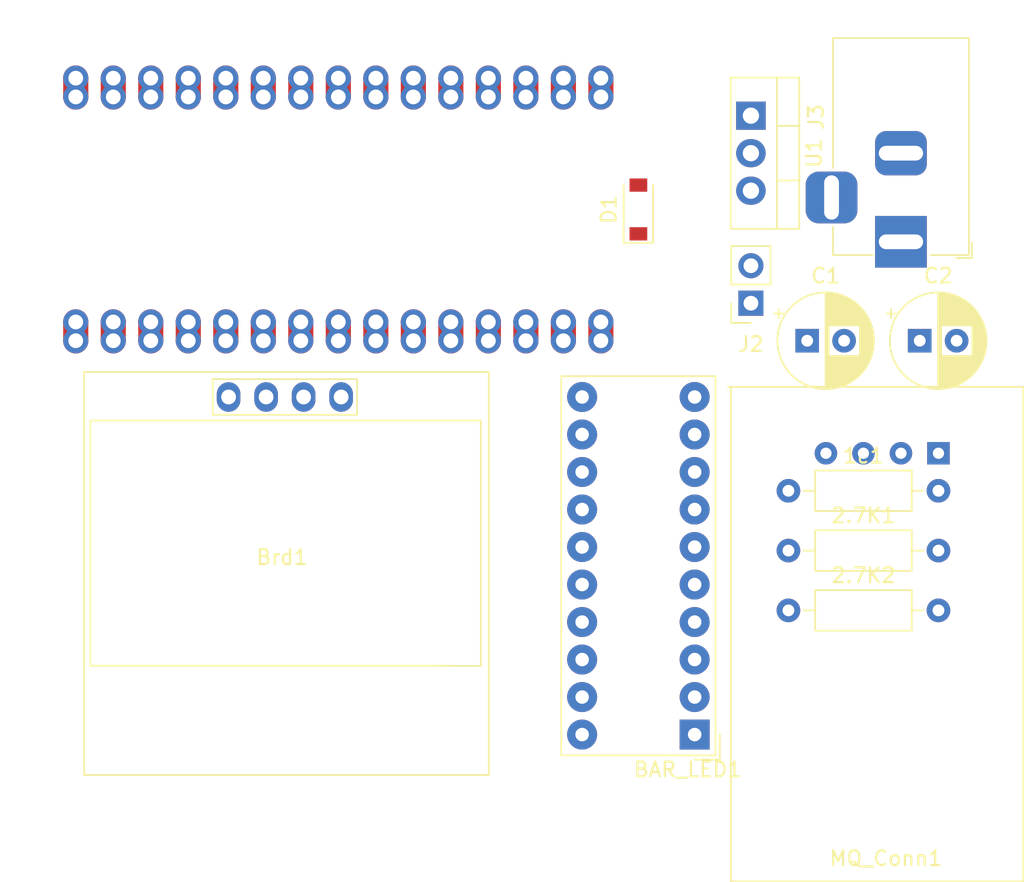
<source format=kicad_pcb>
(kicad_pcb (version 20171130) (host pcbnew 5.1.12-84ad8e8a86~92~ubuntu20.04.1)

  (general
    (thickness 1.6)
    (drawings 0)
    (tracks 0)
    (zones 0)
    (modules 13)
    (nets 38)
  )

  (page A4)
  (layers
    (0 F.Cu signal)
    (31 B.Cu signal)
    (32 B.Adhes user)
    (33 F.Adhes user)
    (34 B.Paste user)
    (35 F.Paste user)
    (36 B.SilkS user)
    (37 F.SilkS user)
    (38 B.Mask user)
    (39 F.Mask user)
    (40 Dwgs.User user)
    (41 Cmts.User user)
    (42 Eco1.User user)
    (43 Eco2.User user)
    (44 Edge.Cuts user)
    (45 Margin user)
    (46 B.CrtYd user)
    (47 F.CrtYd user)
    (48 B.Fab user)
    (49 F.Fab user)
  )

  (setup
    (last_trace_width 0.25)
    (trace_clearance 0.2)
    (zone_clearance 0.508)
    (zone_45_only no)
    (trace_min 0.2)
    (via_size 0.8)
    (via_drill 0.4)
    (via_min_size 0.4)
    (via_min_drill 0.3)
    (uvia_size 0.3)
    (uvia_drill 0.1)
    (uvias_allowed no)
    (uvia_min_size 0.2)
    (uvia_min_drill 0.1)
    (edge_width 0.05)
    (segment_width 0.2)
    (pcb_text_width 0.3)
    (pcb_text_size 1.5 1.5)
    (mod_edge_width 0.12)
    (mod_text_size 1 1)
    (mod_text_width 0.15)
    (pad_size 1.524 1.524)
    (pad_drill 0.762)
    (pad_to_mask_clearance 0)
    (aux_axis_origin 0 0)
    (visible_elements FFFFFF7F)
    (pcbplotparams
      (layerselection 0x010fc_ffffffff)
      (usegerberextensions false)
      (usegerberattributes true)
      (usegerberadvancedattributes true)
      (creategerberjobfile true)
      (excludeedgelayer true)
      (linewidth 0.100000)
      (plotframeref false)
      (viasonmask false)
      (mode 1)
      (useauxorigin false)
      (hpglpennumber 1)
      (hpglpenspeed 20)
      (hpglpendiameter 15.000000)
      (psnegative false)
      (psa4output false)
      (plotreference true)
      (plotvalue true)
      (plotinvisibletext false)
      (padsonsilk false)
      (subtractmaskfromsilk false)
      (outputformat 1)
      (mirror false)
      (drillshape 1)
      (scaleselection 1)
      (outputdirectory ""))
  )

  (net 0 "")
  (net 1 3V3)
  (net 2 GND)
  (net 3 OLED_SCL)
  (net 4 OLED_SDA)
  (net 5 +9V)
  (net 6 5V)
  (net 7 "Net-(J1-Pad30)")
  (net 8 "Net-(J1-Pad19)")
  (net 9 "Net-(J1-Pad18)")
  (net 10 "Net-(J1-Pad17)")
  (net 11 "Net-(J1-Pad16)")
  (net 12 "Net-(J1-Pad3)")
  (net 13 "Net-(J1-Pad13)")
  (net 14 "Net-(J1-Pad5)")
  (net 15 "Net-(J1-Pad12)")
  (net 16 "Net-(J1-Pad6)")
  (net 17 "Net-(J1-Pad7)")
  (net 18 "Net-(J1-Pad1)")
  (net 19 "Net-(J1-Pad4)")
  (net 20 "Net-(J1-Pad11)")
  (net 21 "Net-(J1-Pad10)")
  (net 22 "Net-(C1-Pad1)")
  (net 23 "Net-(1e1-Pad1)")
  (net 24 BAR_LED9)
  (net 25 BAR_LED10)
  (net 26 BAR_LED8)
  (net 27 BAR_LED7)
  (net 28 BAR_LED6)
  (net 29 BAR_LED5)
  (net 30 BAR_LED4)
  (net 31 BAR_LED3)
  (net 32 BAR_LED2)
  (net 33 BAR_LED1)
  (net 34 "Net-(MQ_Conn1-Pad4)")
  (net 35 "Net-(MQ_Conn1-Pad3)")
  (net 36 "Net-(MQ_Conn1-Pad2)")
  (net 37 "Net-(MQ_Conn1-Pad1)")

  (net_class Default "This is the default net class."
    (clearance 0.2)
    (trace_width 0.25)
    (via_dia 0.8)
    (via_drill 0.4)
    (uvia_dia 0.3)
    (uvia_drill 0.1)
    (add_net +9V)
    (add_net 3V3)
    (add_net 5V)
    (add_net BAR_LED1)
    (add_net BAR_LED10)
    (add_net BAR_LED2)
    (add_net BAR_LED3)
    (add_net BAR_LED4)
    (add_net BAR_LED5)
    (add_net BAR_LED6)
    (add_net BAR_LED7)
    (add_net BAR_LED8)
    (add_net BAR_LED9)
    (add_net GND)
    (add_net "Net-(1e1-Pad1)")
    (add_net "Net-(C1-Pad1)")
    (add_net "Net-(J1-Pad1)")
    (add_net "Net-(J1-Pad10)")
    (add_net "Net-(J1-Pad11)")
    (add_net "Net-(J1-Pad12)")
    (add_net "Net-(J1-Pad13)")
    (add_net "Net-(J1-Pad16)")
    (add_net "Net-(J1-Pad17)")
    (add_net "Net-(J1-Pad18)")
    (add_net "Net-(J1-Pad19)")
    (add_net "Net-(J1-Pad3)")
    (add_net "Net-(J1-Pad30)")
    (add_net "Net-(J1-Pad4)")
    (add_net "Net-(J1-Pad5)")
    (add_net "Net-(J1-Pad6)")
    (add_net "Net-(J1-Pad7)")
    (add_net "Net-(MQ_Conn1-Pad1)")
    (add_net "Net-(MQ_Conn1-Pad2)")
    (add_net "Net-(MQ_Conn1-Pad3)")
    (add_net "Net-(MQ_Conn1-Pad4)")
    (add_net OLED_SCL)
    (add_net OLED_SDA)
  )

  (module MQ-sensor:MQ-3 (layer F.Cu) (tedit 61CAB264) (tstamp 61CB1291)
    (at 97.79 86.36 180)
    (path /61CBB754)
    (fp_text reference MQ_Conn1 (at 3.556 -27.432) (layer F.SilkS)
      (effects (font (size 1 1) (thickness 0.15)))
    )
    (fp_text value Conn_01x04_Male (at 4.064 -14.224) (layer F.Fab)
      (effects (font (size 1 1) (thickness 0.15)))
    )
    (fp_line (start -5.75 4.5) (end 14.25 4.5) (layer F.SilkS) (width 0.12))
    (fp_line (start -5.75 4.5) (end -5.75 -29) (layer F.SilkS) (width 0.12))
    (fp_line (start 14.062 4.5) (end 14.062 -29) (layer F.SilkS) (width 0.12))
    (fp_line (start -5.75 -29) (end 14.062 -29) (layer F.SilkS) (width 0.12))
    (pad 4 thru_hole circle (at 7.62 0 180) (size 1.524 1.524) (drill 0.762) (layers *.Cu *.Mask)
      (net 34 "Net-(MQ_Conn1-Pad4)"))
    (pad 3 thru_hole circle (at 5.08 0 180) (size 1.524 1.524) (drill 0.762) (layers *.Cu *.Mask)
      (net 35 "Net-(MQ_Conn1-Pad3)"))
    (pad 2 thru_hole circle (at 2.54 0 180) (size 1.524 1.524) (drill 0.762) (layers *.Cu *.Mask)
      (net 36 "Net-(MQ_Conn1-Pad2)"))
    (pad 1 thru_hole rect (at 0 0 180) (size 1.524 1.524) (drill 0.762) (layers *.Cu *.Mask)
      (net 37 "Net-(MQ_Conn1-Pad1)"))
    (model ${KISYS3DMOD}/Connector_PinHeader_2.54mm.3dshapes/PinHeader_1x04_P2.54mm_Vertical.wrl
      (at (xyz 0 0 0))
      (scale (xyz 1 1 1))
      (rotate (xyz 0 0 -90))
    )
    (model ${KIPRJMOD}/component_libraries/MQ-sensor/3D/mq-2-gas-sensor-1.snapshot.4/MQ-2.step
      (offset (xyz 3.762 14.5 5))
      (scale (xyz 1 1 1))
      (rotate (xyz 0 0 -90))
    )
  )

  (module Resistor_THT:R_Axial_DIN0207_L6.3mm_D2.5mm_P10.16mm_Horizontal (layer F.Cu) (tedit 5AE5139B) (tstamp 61CA7A86)
    (at 87.63 97)
    (descr "Resistor, Axial_DIN0207 series, Axial, Horizontal, pin pitch=10.16mm, 0.25W = 1/4W, length*diameter=6.3*2.5mm^2, http://cdn-reichelt.de/documents/datenblatt/B400/1_4W%23YAG.pdf")
    (tags "Resistor Axial_DIN0207 series Axial Horizontal pin pitch 10.16mm 0.25W = 1/4W length 6.3mm diameter 2.5mm")
    (path /616C6DBD)
    (fp_text reference 2.7K2 (at 5.08 -2.37) (layer F.SilkS)
      (effects (font (size 1 1) (thickness 0.15)))
    )
    (fp_text value R (at 5.08 2.37) (layer F.Fab)
      (effects (font (size 1 1) (thickness 0.15)))
    )
    (fp_line (start 11.21 -1.5) (end -1.05 -1.5) (layer F.CrtYd) (width 0.05))
    (fp_line (start 11.21 1.5) (end 11.21 -1.5) (layer F.CrtYd) (width 0.05))
    (fp_line (start -1.05 1.5) (end 11.21 1.5) (layer F.CrtYd) (width 0.05))
    (fp_line (start -1.05 -1.5) (end -1.05 1.5) (layer F.CrtYd) (width 0.05))
    (fp_line (start 9.12 0) (end 8.35 0) (layer F.SilkS) (width 0.12))
    (fp_line (start 1.04 0) (end 1.81 0) (layer F.SilkS) (width 0.12))
    (fp_line (start 8.35 -1.37) (end 1.81 -1.37) (layer F.SilkS) (width 0.12))
    (fp_line (start 8.35 1.37) (end 8.35 -1.37) (layer F.SilkS) (width 0.12))
    (fp_line (start 1.81 1.37) (end 8.35 1.37) (layer F.SilkS) (width 0.12))
    (fp_line (start 1.81 -1.37) (end 1.81 1.37) (layer F.SilkS) (width 0.12))
    (fp_line (start 10.16 0) (end 8.23 0) (layer F.Fab) (width 0.1))
    (fp_line (start 0 0) (end 1.93 0) (layer F.Fab) (width 0.1))
    (fp_line (start 8.23 -1.25) (end 1.93 -1.25) (layer F.Fab) (width 0.1))
    (fp_line (start 8.23 1.25) (end 8.23 -1.25) (layer F.Fab) (width 0.1))
    (fp_line (start 1.93 1.25) (end 8.23 1.25) (layer F.Fab) (width 0.1))
    (fp_line (start 1.93 -1.25) (end 1.93 1.25) (layer F.Fab) (width 0.1))
    (fp_text user %R (at 5.08 0) (layer F.Fab)
      (effects (font (size 1 1) (thickness 0.15)))
    )
    (pad 2 thru_hole oval (at 10.16 0) (size 1.6 1.6) (drill 0.8) (layers *.Cu *.Mask)
      (net 4 OLED_SDA))
    (pad 1 thru_hole circle (at 0 0) (size 1.6 1.6) (drill 0.8) (layers *.Cu *.Mask)
      (net 1 3V3))
    (model ${KISYS3DMOD}/Resistor_THT.3dshapes/R_Axial_DIN0207_L6.3mm_D2.5mm_P10.16mm_Horizontal.wrl
      (at (xyz 0 0 0))
      (scale (xyz 1 1 1))
      (rotate (xyz 0 0 0))
    )
  )

  (module Resistor_THT:R_Axial_DIN0207_L6.3mm_D2.5mm_P10.16mm_Horizontal (layer F.Cu) (tedit 5AE5139B) (tstamp 61CA7A6F)
    (at 87.63 92.95)
    (descr "Resistor, Axial_DIN0207 series, Axial, Horizontal, pin pitch=10.16mm, 0.25W = 1/4W, length*diameter=6.3*2.5mm^2, http://cdn-reichelt.de/documents/datenblatt/B400/1_4W%23YAG.pdf")
    (tags "Resistor Axial_DIN0207 series Axial Horizontal pin pitch 10.16mm 0.25W = 1/4W length 6.3mm diameter 2.5mm")
    (path /616C707B)
    (fp_text reference 2.7K1 (at 5.08 -2.37) (layer F.SilkS)
      (effects (font (size 1 1) (thickness 0.15)))
    )
    (fp_text value R (at 5.08 2.37) (layer F.Fab)
      (effects (font (size 1 1) (thickness 0.15)))
    )
    (fp_line (start 11.21 -1.5) (end -1.05 -1.5) (layer F.CrtYd) (width 0.05))
    (fp_line (start 11.21 1.5) (end 11.21 -1.5) (layer F.CrtYd) (width 0.05))
    (fp_line (start -1.05 1.5) (end 11.21 1.5) (layer F.CrtYd) (width 0.05))
    (fp_line (start -1.05 -1.5) (end -1.05 1.5) (layer F.CrtYd) (width 0.05))
    (fp_line (start 9.12 0) (end 8.35 0) (layer F.SilkS) (width 0.12))
    (fp_line (start 1.04 0) (end 1.81 0) (layer F.SilkS) (width 0.12))
    (fp_line (start 8.35 -1.37) (end 1.81 -1.37) (layer F.SilkS) (width 0.12))
    (fp_line (start 8.35 1.37) (end 8.35 -1.37) (layer F.SilkS) (width 0.12))
    (fp_line (start 1.81 1.37) (end 8.35 1.37) (layer F.SilkS) (width 0.12))
    (fp_line (start 1.81 -1.37) (end 1.81 1.37) (layer F.SilkS) (width 0.12))
    (fp_line (start 10.16 0) (end 8.23 0) (layer F.Fab) (width 0.1))
    (fp_line (start 0 0) (end 1.93 0) (layer F.Fab) (width 0.1))
    (fp_line (start 8.23 -1.25) (end 1.93 -1.25) (layer F.Fab) (width 0.1))
    (fp_line (start 8.23 1.25) (end 8.23 -1.25) (layer F.Fab) (width 0.1))
    (fp_line (start 1.93 1.25) (end 8.23 1.25) (layer F.Fab) (width 0.1))
    (fp_line (start 1.93 -1.25) (end 1.93 1.25) (layer F.Fab) (width 0.1))
    (fp_text user %R (at 5.08 0) (layer F.Fab)
      (effects (font (size 1 1) (thickness 0.15)))
    )
    (pad 2 thru_hole oval (at 10.16 0) (size 1.6 1.6) (drill 0.8) (layers *.Cu *.Mask)
      (net 1 3V3))
    (pad 1 thru_hole circle (at 0 0) (size 1.6 1.6) (drill 0.8) (layers *.Cu *.Mask)
      (net 3 OLED_SCL))
    (model ${KISYS3DMOD}/Resistor_THT.3dshapes/R_Axial_DIN0207_L6.3mm_D2.5mm_P10.16mm_Horizontal.wrl
      (at (xyz 0 0 0))
      (scale (xyz 1 1 1))
      (rotate (xyz 0 0 0))
    )
  )

  (module Resistor_THT:R_Axial_DIN0207_L6.3mm_D2.5mm_P10.16mm_Horizontal (layer F.Cu) (tedit 5AE5139B) (tstamp 61CA7A58)
    (at 87.63 88.9)
    (descr "Resistor, Axial_DIN0207 series, Axial, Horizontal, pin pitch=10.16mm, 0.25W = 1/4W, length*diameter=6.3*2.5mm^2, http://cdn-reichelt.de/documents/datenblatt/B400/1_4W%23YAG.pdf")
    (tags "Resistor Axial_DIN0207 series Axial Horizontal pin pitch 10.16mm 0.25W = 1/4W length 6.3mm diameter 2.5mm")
    (path /61D9A28A)
    (fp_text reference 1e1 (at 5.08 -2.37) (layer F.SilkS)
      (effects (font (size 1 1) (thickness 0.15)))
    )
    (fp_text value R (at 5.08 2.37) (layer F.Fab)
      (effects (font (size 1 1) (thickness 0.15)))
    )
    (fp_line (start 11.21 -1.5) (end -1.05 -1.5) (layer F.CrtYd) (width 0.05))
    (fp_line (start 11.21 1.5) (end 11.21 -1.5) (layer F.CrtYd) (width 0.05))
    (fp_line (start -1.05 1.5) (end 11.21 1.5) (layer F.CrtYd) (width 0.05))
    (fp_line (start -1.05 -1.5) (end -1.05 1.5) (layer F.CrtYd) (width 0.05))
    (fp_line (start 9.12 0) (end 8.35 0) (layer F.SilkS) (width 0.12))
    (fp_line (start 1.04 0) (end 1.81 0) (layer F.SilkS) (width 0.12))
    (fp_line (start 8.35 -1.37) (end 1.81 -1.37) (layer F.SilkS) (width 0.12))
    (fp_line (start 8.35 1.37) (end 8.35 -1.37) (layer F.SilkS) (width 0.12))
    (fp_line (start 1.81 1.37) (end 8.35 1.37) (layer F.SilkS) (width 0.12))
    (fp_line (start 1.81 -1.37) (end 1.81 1.37) (layer F.SilkS) (width 0.12))
    (fp_line (start 10.16 0) (end 8.23 0) (layer F.Fab) (width 0.1))
    (fp_line (start 0 0) (end 1.93 0) (layer F.Fab) (width 0.1))
    (fp_line (start 8.23 -1.25) (end 1.93 -1.25) (layer F.Fab) (width 0.1))
    (fp_line (start 8.23 1.25) (end 8.23 -1.25) (layer F.Fab) (width 0.1))
    (fp_line (start 1.93 1.25) (end 8.23 1.25) (layer F.Fab) (width 0.1))
    (fp_line (start 1.93 -1.25) (end 1.93 1.25) (layer F.Fab) (width 0.1))
    (fp_text user %R (at 5.08 0) (layer F.Fab)
      (effects (font (size 1 1) (thickness 0.15)))
    )
    (pad 2 thru_hole oval (at 10.16 0) (size 1.6 1.6) (drill 0.8) (layers *.Cu *.Mask)
      (net 2 GND))
    (pad 1 thru_hole circle (at 0 0) (size 1.6 1.6) (drill 0.8) (layers *.Cu *.Mask)
      (net 23 "Net-(1e1-Pad1)"))
    (model ${KISYS3DMOD}/Resistor_THT.3dshapes/R_Axial_DIN0207_L6.3mm_D2.5mm_P10.16mm_Horizontal.wrl
      (at (xyz 0 0 0))
      (scale (xyz 1 1 1))
      (rotate (xyz 0 0 0))
    )
  )

  (module Nano_33:NANO_33_Socket_Castell (layer F.Cu) (tedit 5E2600EE) (tstamp 61CA20E2)
    (at 57.15 69.85)
    (descr "Through hole straight socket strip, 1x15, 2.54mm pitch")
    (tags "Through hole socket strip THT 1x15 2.54mm single row")
    (path /6140B0DA)
    (fp_text reference J1 (at 0 -13.335) (layer F.Fab)
      (effects (font (size 1 1) (thickness 0.15)))
    )
    (fp_text value Arduino-NANO-33 (at 0 12.065) (layer F.Fab)
      (effects (font (size 1 1) (thickness 0.15)))
    )
    (fp_poly (pts (xy 8.89 4.445) (xy 21.59 4.445) (xy 21.59 -4.445) (xy 8.89 -4.445)) (layer F.Fab) (width 0.1))
    (fp_poly (pts (xy -3.175 3.175) (xy 3.175 3.175) (xy 3.175 -3.175) (xy -3.175 -3.175)) (layer F.Fab) (width 0.1))
    (fp_poly (pts (xy -22.86 3.175) (xy -18.415 3.175) (xy -18.415 -3.175) (xy -22.86 -3.175)) (layer F.Fab) (width 0.1))
    (fp_line (start -22 -8.89) (end 22 -8.89) (layer F.Fab) (width 0.12))
    (fp_line (start -22 8.89) (end -22 -8.89) (layer F.Fab) (width 0.12))
    (fp_line (start -22 8.89) (end 22 8.89) (layer F.Fab) (width 0.12))
    (fp_line (start 22 8.89) (end 22 -8.89) (layer F.Fab) (width 0.12))
    (fp_line (start 19.05 8.89) (end -19.05 8.89) (layer F.Fab) (width 0.1))
    (fp_line (start 19.05 6.35) (end 19.05 8.89) (layer F.Fab) (width 0.1))
    (fp_line (start -18.415 6.35) (end 19.05 6.35) (layer F.Fab) (width 0.1))
    (fp_line (start -19.05 6.985) (end -18.415 6.35) (layer F.Fab) (width 0.1))
    (fp_line (start -19.05 8.89) (end -19.05 6.985) (layer F.Fab) (width 0.1))
    (fp_line (start 19.05 -8.89) (end 19.05 -6.985) (layer F.Fab) (width 0.1))
    (fp_line (start 19.05 -6.985) (end 18.415 -6.35) (layer F.Fab) (width 0.1))
    (fp_line (start 18.415 -6.35) (end -19.05 -6.35) (layer F.Fab) (width 0.1))
    (fp_line (start -19.05 -6.35) (end -19.05 -8.89) (layer F.Fab) (width 0.1))
    (fp_line (start -19.05 -8.89) (end 19.05 -8.89) (layer F.Fab) (width 0.1))
    (fp_text user %R (at 0 -7.62) (layer F.Fab)
      (effects (font (size 1 1) (thickness 0.15)))
    )
    (fp_text user %R (at 0 7.62 180) (layer F.Fab)
      (effects (font (size 1 1) (thickness 0.15)))
    )
    (pad 30 thru_hole oval (at -17.78 -7.62 270) (size 1.7 1.7) (drill 1) (layers *.Cu *.Mask)
      (net 7 "Net-(J1-Pad30)"))
    (pad 29 thru_hole oval (at -15.24 -7.62 270) (size 1.7 1.7) (drill 1) (layers *.Cu *.Mask)
      (net 25 BAR_LED10))
    (pad 28 thru_hole oval (at -12.7 -7.62 270) (size 1.7 1.7) (drill 1) (layers *.Cu *.Mask)
      (net 24 BAR_LED9))
    (pad 27 thru_hole oval (at -10.16 -7.62 270) (size 1.7 1.7) (drill 1) (layers *.Cu *.Mask)
      (net 26 BAR_LED8))
    (pad 26 thru_hole oval (at -7.62 -7.62 270) (size 1.7 1.7) (drill 1) (layers *.Cu *.Mask)
      (net 27 BAR_LED7))
    (pad 25 thru_hole oval (at -5.08 -7.62 270) (size 1.7 1.7) (drill 1) (layers *.Cu *.Mask)
      (net 28 BAR_LED6))
    (pad 24 thru_hole oval (at -2.54 -7.62 270) (size 1.7 1.7) (drill 1) (layers *.Cu *.Mask)
      (net 29 BAR_LED5))
    (pad 23 thru_hole oval (at 0 -7.62 270) (size 1.7 1.7) (drill 1) (layers *.Cu *.Mask)
      (net 30 BAR_LED4))
    (pad 22 thru_hole oval (at 2.54 -7.62 270) (size 1.7 1.7) (drill 1) (layers *.Cu *.Mask)
      (net 31 BAR_LED3))
    (pad 21 thru_hole oval (at 5.08 -7.62 270) (size 1.7 1.7) (drill 1) (layers *.Cu *.Mask)
      (net 32 BAR_LED2))
    (pad 20 thru_hole oval (at 7.62 -7.62 270) (size 1.7 1.7) (drill 1) (layers *.Cu *.Mask)
      (net 33 BAR_LED1))
    (pad 19 thru_hole oval (at 10.16 -7.62 270) (size 1.7 1.7) (drill 1) (layers *.Cu *.Mask)
      (net 8 "Net-(J1-Pad19)"))
    (pad 18 thru_hole oval (at 12.7 -7.62 270) (size 1.7 1.7) (drill 1) (layers *.Cu *.Mask)
      (net 9 "Net-(J1-Pad18)"))
    (pad 17 thru_hole oval (at 15.24 -7.62 270) (size 1.7 1.7) (drill 1) (layers *.Cu *.Mask)
      (net 10 "Net-(J1-Pad17)"))
    (pad 16 thru_hole circle (at 17.78 -7.62 270) (size 1.7 1.7) (drill 1) (layers *.Cu *.Mask)
      (net 11 "Net-(J1-Pad16)"))
    (pad 16 thru_hole circle (at 17.78 -8.89 270) (size 1.7 1.7) (drill 1) (layers *.Cu *.Mask)
      (net 11 "Net-(J1-Pad16)"))
    (pad 16 smd oval (at 17.78 -8.255 270) (size 3 1.7) (layers F.Cu F.Mask)
      (net 11 "Net-(J1-Pad16)"))
    (pad 17 thru_hole circle (at 15.24 -8.89 270) (size 1.7 1.7) (drill 1) (layers *.Cu *.Mask)
      (net 10 "Net-(J1-Pad17)"))
    (pad 18 thru_hole circle (at 12.7 -8.89 270) (size 1.7 1.7) (drill 1) (layers *.Cu *.Mask)
      (net 9 "Net-(J1-Pad18)"))
    (pad 19 thru_hole circle (at 10.16 -8.89 270) (size 1.7 1.7) (drill 1) (layers *.Cu *.Mask)
      (net 8 "Net-(J1-Pad19)"))
    (pad 21 thru_hole circle (at 5.08 -8.89 270) (size 1.7 1.7) (drill 1) (layers *.Cu *.Mask)
      (net 32 BAR_LED2))
    (pad 20 thru_hole circle (at 7.62 -8.89 270) (size 1.7 1.7) (drill 1) (layers *.Cu *.Mask)
      (net 33 BAR_LED1))
    (pad 22 thru_hole circle (at 2.54 -8.89 270) (size 1.7 1.7) (drill 1) (layers *.Cu *.Mask)
      (net 31 BAR_LED3))
    (pad 24 thru_hole circle (at -2.54 -8.89 270) (size 1.7 1.7) (drill 1) (layers *.Cu *.Mask)
      (net 29 BAR_LED5))
    (pad 23 thru_hole circle (at 0 -8.89 270) (size 1.7 1.7) (drill 1) (layers *.Cu *.Mask)
      (net 30 BAR_LED4))
    (pad 26 thru_hole circle (at -7.62 -8.89 270) (size 1.7 1.7) (drill 1) (layers *.Cu *.Mask)
      (net 27 BAR_LED7))
    (pad 27 thru_hole circle (at -10.16 -8.89 270) (size 1.7 1.7) (drill 1) (layers *.Cu *.Mask)
      (net 26 BAR_LED8))
    (pad 25 thru_hole circle (at -5.08 -8.89 270) (size 1.7 1.7) (drill 1) (layers *.Cu *.Mask)
      (net 28 BAR_LED6))
    (pad 28 thru_hole circle (at -12.7 -8.89 270) (size 1.7 1.7) (drill 1) (layers *.Cu *.Mask)
      (net 24 BAR_LED9))
    (pad 30 thru_hole circle (at -17.78 -8.89 270) (size 1.7 1.7) (drill 1) (layers *.Cu *.Mask)
      (net 7 "Net-(J1-Pad30)"))
    (pad 29 thru_hole circle (at -15.24 -8.89 270) (size 1.7 1.7) (drill 1) (layers *.Cu *.Mask)
      (net 25 BAR_LED10))
    (pad 17 smd oval (at 15.24 -8.255 270) (size 3 1.7) (layers F.Cu F.Mask)
      (net 10 "Net-(J1-Pad17)"))
    (pad 18 smd oval (at 12.7 -8.255 270) (size 3 1.7) (layers F.Cu F.Mask)
      (net 9 "Net-(J1-Pad18)"))
    (pad 19 smd oval (at 10.16 -8.255 270) (size 3 1.7) (layers F.Cu F.Mask)
      (net 8 "Net-(J1-Pad19)"))
    (pad 20 smd oval (at 7.62 -8.255 270) (size 3 1.7) (layers F.Cu F.Mask)
      (net 33 BAR_LED1))
    (pad 21 smd oval (at 5.08 -8.255 270) (size 3 1.7) (layers F.Cu F.Mask)
      (net 32 BAR_LED2))
    (pad 22 smd oval (at 2.54 -8.255 270) (size 3 1.7) (layers F.Cu F.Mask)
      (net 31 BAR_LED3))
    (pad 23 smd oval (at 0 -8.255 270) (size 3 1.7) (layers F.Cu F.Mask)
      (net 30 BAR_LED4))
    (pad 24 smd oval (at -2.54 -8.255 270) (size 3 1.7) (layers F.Cu F.Mask)
      (net 29 BAR_LED5))
    (pad 25 smd oval (at -5.08 -8.255 270) (size 3 1.7) (layers F.Cu F.Mask)
      (net 28 BAR_LED6))
    (pad 26 smd oval (at -7.62 -8.255 270) (size 3 1.7) (layers F.Cu F.Mask)
      (net 27 BAR_LED7))
    (pad 27 smd oval (at -10.16 -8.255 270) (size 3 1.7) (layers F.Cu F.Mask)
      (net 26 BAR_LED8))
    (pad 28 smd oval (at -12.7 -8.255 270) (size 3 1.7) (layers F.Cu F.Mask)
      (net 24 BAR_LED9))
    (pad 29 smd oval (at -15.24 -8.255 270) (size 3 1.7) (layers F.Cu F.Mask)
      (net 25 BAR_LED10))
    (pad 30 smd oval (at -17.78 -8.255 270) (size 3 1.7) (layers F.Cu F.Mask)
      (net 7 "Net-(J1-Pad30)"))
    (pad 3 thru_hole circle (at -12.7 8.89 90) (size 1.7 1.7) (drill 1) (layers *.Cu *.Mask)
      (net 12 "Net-(J1-Pad3)"))
    (pad 13 thru_hole circle (at 12.7 8.89 90) (size 1.7 1.7) (drill 1) (layers *.Cu *.Mask)
      (net 13 "Net-(J1-Pad13)"))
    (pad 2 thru_hole circle (at -15.24 8.89 90) (size 1.7 1.7) (drill 1) (layers *.Cu *.Mask)
      (net 1 3V3))
    (pad 2 smd oval (at -15.24 8.255 90) (size 3 1.7) (layers F.Cu F.Mask)
      (net 1 3V3))
    (pad 15 smd oval (at 17.78 8.255 90) (size 3 1.7) (layers F.Cu F.Mask)
      (net 6 5V))
    (pad 8 smd oval (at 0 8.255 90) (size 3 1.7) (layers F.Cu F.Mask)
      (net 4 OLED_SDA))
    (pad 15 thru_hole circle (at 17.78 8.89 90) (size 1.7 1.7) (drill 1) (layers *.Cu *.Mask)
      (net 6 5V))
    (pad 5 thru_hole circle (at -7.62 8.89 90) (size 1.7 1.7) (drill 1) (layers *.Cu *.Mask)
      (net 14 "Net-(J1-Pad5)"))
    (pad 14 thru_hole circle (at 15.24 8.89 90) (size 1.7 1.7) (drill 1) (layers *.Cu *.Mask)
      (net 2 GND))
    (pad 12 thru_hole oval (at 10.16 7.62 90) (size 1.7 1.7) (drill 1) (layers *.Cu *.Mask)
      (net 15 "Net-(J1-Pad12)"))
    (pad 6 smd oval (at -5.08 8.255 90) (size 3 1.7) (layers F.Cu F.Mask)
      (net 16 "Net-(J1-Pad6)"))
    (pad 15 thru_hole oval (at 17.78 7.62 90) (size 1.7 1.7) (drill 1) (layers *.Cu *.Mask)
      (net 6 5V))
    (pad 7 smd oval (at -2.54 8.255 90) (size 3 1.7) (layers F.Cu F.Mask)
      (net 17 "Net-(J1-Pad7)"))
    (pad 1 thru_hole circle (at -17.78 7.62 90) (size 1.7 1.7) (drill 1) (layers *.Cu *.Mask)
      (net 18 "Net-(J1-Pad1)"))
    (pad 2 thru_hole oval (at -15.24 7.62 90) (size 1.7 1.7) (drill 1) (layers *.Cu *.Mask)
      (net 1 3V3))
    (pad 3 thru_hole oval (at -12.7 7.62 90) (size 1.7 1.7) (drill 1) (layers *.Cu *.Mask)
      (net 12 "Net-(J1-Pad3)"))
    (pad 4 thru_hole oval (at -10.16 7.62 90) (size 1.7 1.7) (drill 1) (layers *.Cu *.Mask)
      (net 19 "Net-(J1-Pad4)"))
    (pad 5 thru_hole oval (at -7.62 7.62 90) (size 1.7 1.7) (drill 1) (layers *.Cu *.Mask)
      (net 14 "Net-(J1-Pad5)"))
    (pad 14 thru_hole oval (at 15.24 7.62 90) (size 1.7 1.7) (drill 1) (layers *.Cu *.Mask)
      (net 2 GND))
    (pad 6 thru_hole oval (at -5.08 7.62 90) (size 1.7 1.7) (drill 1) (layers *.Cu *.Mask)
      (net 16 "Net-(J1-Pad6)"))
    (pad 11 thru_hole circle (at 7.62 8.89 90) (size 1.7 1.7) (drill 1) (layers *.Cu *.Mask)
      (net 20 "Net-(J1-Pad11)"))
    (pad 9 smd oval (at 2.54 8.255 90) (size 3 1.7) (layers F.Cu F.Mask)
      (net 3 OLED_SCL))
    (pad 10 smd oval (at 5.08 8.255 90) (size 3 1.7) (layers F.Cu F.Mask)
      (net 21 "Net-(J1-Pad10)"))
    (pad 11 thru_hole oval (at 7.62 7.62 90) (size 1.7 1.7) (drill 1) (layers *.Cu *.Mask)
      (net 20 "Net-(J1-Pad11)"))
    (pad 10 thru_hole oval (at 5.08 7.62 90) (size 1.7 1.7) (drill 1) (layers *.Cu *.Mask)
      (net 21 "Net-(J1-Pad10)"))
    (pad 4 smd oval (at -10.16 8.255 90) (size 3 1.7) (layers F.Cu F.Mask)
      (net 19 "Net-(J1-Pad4)"))
    (pad 7 thru_hole oval (at -2.54 7.62 90) (size 1.7 1.7) (drill 1) (layers *.Cu *.Mask)
      (net 17 "Net-(J1-Pad7)"))
    (pad 10 thru_hole circle (at 5.08 8.89 90) (size 1.7 1.7) (drill 1) (layers *.Cu *.Mask)
      (net 21 "Net-(J1-Pad10)"))
    (pad 6 thru_hole circle (at -5.08 8.89 90) (size 1.7 1.7) (drill 1) (layers *.Cu *.Mask)
      (net 16 "Net-(J1-Pad6)"))
    (pad 14 smd oval (at 15.24 8.255 90) (size 3 1.7) (layers F.Cu F.Mask)
      (net 2 GND))
    (pad 1 smd oval (at -17.78 8.255 90) (size 3 1.7) (layers F.Cu F.Mask)
      (net 18 "Net-(J1-Pad1)"))
    (pad 9 thru_hole circle (at 2.54 8.89 90) (size 1.7 1.7) (drill 1) (layers *.Cu *.Mask)
      (net 3 OLED_SCL))
    (pad 8 thru_hole circle (at 0 8.89 90) (size 1.7 1.7) (drill 1) (layers *.Cu *.Mask)
      (net 4 OLED_SDA))
    (pad 4 thru_hole circle (at -10.16 8.89 90) (size 1.7 1.7) (drill 1) (layers *.Cu *.Mask)
      (net 19 "Net-(J1-Pad4)"))
    (pad 8 thru_hole oval (at 0 7.62 90) (size 1.7 1.7) (drill 1) (layers *.Cu *.Mask)
      (net 4 OLED_SDA))
    (pad 9 thru_hole oval (at 2.54 7.62 90) (size 1.7 1.7) (drill 1) (layers *.Cu *.Mask)
      (net 3 OLED_SCL))
    (pad 1 thru_hole circle (at -17.78 8.89 90) (size 1.7 1.7) (drill 1) (layers *.Cu *.Mask)
      (net 18 "Net-(J1-Pad1)"))
    (pad 13 thru_hole oval (at 12.7 7.62 90) (size 1.7 1.7) (drill 1) (layers *.Cu *.Mask)
      (net 13 "Net-(J1-Pad13)"))
    (pad 7 thru_hole circle (at -2.54 8.89 90) (size 1.7 1.7) (drill 1) (layers *.Cu *.Mask)
      (net 17 "Net-(J1-Pad7)"))
    (pad 12 smd oval (at 10.16 8.255 90) (size 3 1.7) (layers F.Cu F.Mask)
      (net 15 "Net-(J1-Pad12)"))
    (pad 13 smd oval (at 12.7 8.255 90) (size 3 1.7) (layers F.Cu F.Mask)
      (net 13 "Net-(J1-Pad13)"))
    (pad 5 smd oval (at -7.62 8.255 90) (size 3 1.7) (layers F.Cu F.Mask)
      (net 14 "Net-(J1-Pad5)"))
    (pad 3 smd oval (at -12.7 8.255 90) (size 3 1.7) (layers F.Cu F.Mask)
      (net 12 "Net-(J1-Pad3)"))
    (pad 12 thru_hole circle (at 10.16 8.89 90) (size 1.7 1.7) (drill 1) (layers *.Cu *.Mask)
      (net 15 "Net-(J1-Pad12)"))
    (pad 11 smd oval (at 7.62 8.255 90) (size 3 1.7) (layers F.Cu F.Mask)
      (net 20 "Net-(J1-Pad11)"))
    (model ${KISYS3DMOD}/Connector_PinHeader_2.54mm.3dshapes/PinHeader_1x15_P2.54mm_Vertical.wrl
      (offset (xyz 17.8 -7.6 3))
      (scale (xyz 1 1 1))
      (rotate (xyz 0 180 90))
    )
    (model ${KISYS3DMOD}/Connector_PinHeader_2.54mm.3dshapes/PinHeader_1x15_P2.54mm_Vertical.wrl
      (offset (xyz 17.8 7.6 3))
      (scale (xyz 1 1 1))
      (rotate (xyz 0 180 90))
    )
    (model "${KIPRJMOD}/component_libraries/Nano_33/3dModel/arduino-nano-33-iot-1.snapshot.3/Arduino Nano 33 IoT.stp"
      (offset (xyz 0.5 0 4))
      (scale (xyz 1 1 1))
      (rotate (xyz -90 0 90))
    )
  )

  (module Package_TO_SOT_THT:TO-220-3_Vertical (layer F.Cu) (tedit 5AC8BA0D) (tstamp 61CA0A4A)
    (at 85.09 63.5 270)
    (descr "TO-220-3, Vertical, RM 2.54mm, see https://www.vishay.com/docs/66542/to-220-1.pdf")
    (tags "TO-220-3 Vertical RM 2.54mm")
    (path /616D28C0)
    (fp_text reference U1 (at 2.54 -4.27 90) (layer F.SilkS)
      (effects (font (size 1 1) (thickness 0.15)))
    )
    (fp_text value LM78L05_TO92 (at 2.54 2.5 90) (layer F.Fab)
      (effects (font (size 1 1) (thickness 0.15)))
    )
    (fp_line (start 7.79 -3.4) (end -2.71 -3.4) (layer F.CrtYd) (width 0.05))
    (fp_line (start 7.79 1.51) (end 7.79 -3.4) (layer F.CrtYd) (width 0.05))
    (fp_line (start -2.71 1.51) (end 7.79 1.51) (layer F.CrtYd) (width 0.05))
    (fp_line (start -2.71 -3.4) (end -2.71 1.51) (layer F.CrtYd) (width 0.05))
    (fp_line (start 4.391 -3.27) (end 4.391 -1.76) (layer F.SilkS) (width 0.12))
    (fp_line (start 0.69 -3.27) (end 0.69 -1.76) (layer F.SilkS) (width 0.12))
    (fp_line (start -2.58 -1.76) (end 7.66 -1.76) (layer F.SilkS) (width 0.12))
    (fp_line (start 7.66 -3.27) (end 7.66 1.371) (layer F.SilkS) (width 0.12))
    (fp_line (start -2.58 -3.27) (end -2.58 1.371) (layer F.SilkS) (width 0.12))
    (fp_line (start -2.58 1.371) (end 7.66 1.371) (layer F.SilkS) (width 0.12))
    (fp_line (start -2.58 -3.27) (end 7.66 -3.27) (layer F.SilkS) (width 0.12))
    (fp_line (start 4.39 -3.15) (end 4.39 -1.88) (layer F.Fab) (width 0.1))
    (fp_line (start 0.69 -3.15) (end 0.69 -1.88) (layer F.Fab) (width 0.1))
    (fp_line (start -2.46 -1.88) (end 7.54 -1.88) (layer F.Fab) (width 0.1))
    (fp_line (start 7.54 -3.15) (end -2.46 -3.15) (layer F.Fab) (width 0.1))
    (fp_line (start 7.54 1.25) (end 7.54 -3.15) (layer F.Fab) (width 0.1))
    (fp_line (start -2.46 1.25) (end 7.54 1.25) (layer F.Fab) (width 0.1))
    (fp_line (start -2.46 -3.15) (end -2.46 1.25) (layer F.Fab) (width 0.1))
    (fp_text user %R (at 2.54 -4.27 90) (layer F.Fab)
      (effects (font (size 1 1) (thickness 0.15)))
    )
    (pad 3 thru_hole oval (at 5.08 0 270) (size 1.905 2) (drill 1.1) (layers *.Cu *.Mask)
      (net 22 "Net-(C1-Pad1)"))
    (pad 2 thru_hole oval (at 2.54 0 270) (size 1.905 2) (drill 1.1) (layers *.Cu *.Mask)
      (net 2 GND))
    (pad 1 thru_hole rect (at 0 0 270) (size 1.905 2) (drill 1.1) (layers *.Cu *.Mask)
      (net 6 5V))
    (model ${KISYS3DMOD}/Package_TO_SOT_THT.3dshapes/TO-220-3_Vertical.wrl
      (at (xyz 0 0 0))
      (scale (xyz 1 1 1))
      (rotate (xyz 0 0 0))
    )
  )

  (module Connector_BarrelJack:BarrelJack_Horizontal (layer F.Cu) (tedit 5A1DBF6A) (tstamp 61CA0A30)
    (at 95.25 72.04 270)
    (descr "DC Barrel Jack")
    (tags "Power Jack")
    (path /61D1122D)
    (fp_text reference J3 (at -8.45 5.75 90) (layer F.SilkS)
      (effects (font (size 1 1) (thickness 0.15)))
    )
    (fp_text value Barrel_Jack (at -6.2 -5.5 90) (layer F.Fab)
      (effects (font (size 1 1) (thickness 0.15)))
    )
    (fp_line (start 0 -4.5) (end -13.7 -4.5) (layer F.Fab) (width 0.1))
    (fp_line (start 0.8 4.5) (end 0.8 -3.75) (layer F.Fab) (width 0.1))
    (fp_line (start -13.7 4.5) (end 0.8 4.5) (layer F.Fab) (width 0.1))
    (fp_line (start -13.7 -4.5) (end -13.7 4.5) (layer F.Fab) (width 0.1))
    (fp_line (start -10.2 -4.5) (end -10.2 4.5) (layer F.Fab) (width 0.1))
    (fp_line (start 0.9 -4.6) (end 0.9 -2) (layer F.SilkS) (width 0.12))
    (fp_line (start -13.8 -4.6) (end 0.9 -4.6) (layer F.SilkS) (width 0.12))
    (fp_line (start 0.9 4.6) (end -1 4.6) (layer F.SilkS) (width 0.12))
    (fp_line (start 0.9 1.9) (end 0.9 4.6) (layer F.SilkS) (width 0.12))
    (fp_line (start -13.8 4.6) (end -13.8 -4.6) (layer F.SilkS) (width 0.12))
    (fp_line (start -5 4.6) (end -13.8 4.6) (layer F.SilkS) (width 0.12))
    (fp_line (start -14 4.75) (end -14 -4.75) (layer F.CrtYd) (width 0.05))
    (fp_line (start -5 4.75) (end -14 4.75) (layer F.CrtYd) (width 0.05))
    (fp_line (start -5 6.75) (end -5 4.75) (layer F.CrtYd) (width 0.05))
    (fp_line (start -1 6.75) (end -5 6.75) (layer F.CrtYd) (width 0.05))
    (fp_line (start -1 4.75) (end -1 6.75) (layer F.CrtYd) (width 0.05))
    (fp_line (start 1 4.75) (end -1 4.75) (layer F.CrtYd) (width 0.05))
    (fp_line (start 1 2) (end 1 4.75) (layer F.CrtYd) (width 0.05))
    (fp_line (start 2 2) (end 1 2) (layer F.CrtYd) (width 0.05))
    (fp_line (start 2 -2) (end 2 2) (layer F.CrtYd) (width 0.05))
    (fp_line (start 1 -2) (end 2 -2) (layer F.CrtYd) (width 0.05))
    (fp_line (start 1 -4.5) (end 1 -2) (layer F.CrtYd) (width 0.05))
    (fp_line (start 1 -4.75) (end -14 -4.75) (layer F.CrtYd) (width 0.05))
    (fp_line (start 1 -4.5) (end 1 -4.75) (layer F.CrtYd) (width 0.05))
    (fp_line (start 0.05 -4.8) (end 1.1 -4.8) (layer F.SilkS) (width 0.12))
    (fp_line (start 1.1 -3.75) (end 1.1 -4.8) (layer F.SilkS) (width 0.12))
    (fp_line (start -0.003213 -4.505425) (end 0.8 -3.75) (layer F.Fab) (width 0.1))
    (fp_text user %R (at -3 -2.95 90) (layer F.Fab)
      (effects (font (size 1 1) (thickness 0.15)))
    )
    (pad 3 thru_hole roundrect (at -3 4.7 270) (size 3.5 3.5) (drill oval 3 1) (layers *.Cu *.Mask) (roundrect_rratio 0.25))
    (pad 2 thru_hole roundrect (at -6 0 270) (size 3 3.5) (drill oval 1 3) (layers *.Cu *.Mask) (roundrect_rratio 0.25)
      (net 2 GND))
    (pad 1 thru_hole rect (at 0 0 270) (size 3.5 3.5) (drill oval 1 3) (layers *.Cu *.Mask)
      (net 5 +9V))
    (model ${KISYS3DMOD}/Connector_BarrelJack.3dshapes/BarrelJack_Horizontal.wrl
      (at (xyz 0 0 0))
      (scale (xyz 1 1 1))
      (rotate (xyz 0 0 0))
    )
  )

  (module Connector_PinSocket_2.54mm:PinSocket_1x02_P2.54mm_Vertical (layer F.Cu) (tedit 5A19A420) (tstamp 61CA0A0D)
    (at 85.09 76.2 180)
    (descr "Through hole straight socket strip, 1x02, 2.54mm pitch, single row (from Kicad 4.0.7), script generated")
    (tags "Through hole socket strip THT 1x02 2.54mm single row")
    (path /6170C5E3)
    (fp_text reference J2 (at 0 -2.77) (layer F.SilkS)
      (effects (font (size 1 1) (thickness 0.15)))
    )
    (fp_text value Conn_01x02_Female (at 0 5.31) (layer F.Fab)
      (effects (font (size 1 1) (thickness 0.15)))
    )
    (fp_line (start -1.8 4.3) (end -1.8 -1.8) (layer F.CrtYd) (width 0.05))
    (fp_line (start 1.75 4.3) (end -1.8 4.3) (layer F.CrtYd) (width 0.05))
    (fp_line (start 1.75 -1.8) (end 1.75 4.3) (layer F.CrtYd) (width 0.05))
    (fp_line (start -1.8 -1.8) (end 1.75 -1.8) (layer F.CrtYd) (width 0.05))
    (fp_line (start 0 -1.33) (end 1.33 -1.33) (layer F.SilkS) (width 0.12))
    (fp_line (start 1.33 -1.33) (end 1.33 0) (layer F.SilkS) (width 0.12))
    (fp_line (start 1.33 1.27) (end 1.33 3.87) (layer F.SilkS) (width 0.12))
    (fp_line (start -1.33 3.87) (end 1.33 3.87) (layer F.SilkS) (width 0.12))
    (fp_line (start -1.33 1.27) (end -1.33 3.87) (layer F.SilkS) (width 0.12))
    (fp_line (start -1.33 1.27) (end 1.33 1.27) (layer F.SilkS) (width 0.12))
    (fp_line (start -1.27 3.81) (end -1.27 -1.27) (layer F.Fab) (width 0.1))
    (fp_line (start 1.27 3.81) (end -1.27 3.81) (layer F.Fab) (width 0.1))
    (fp_line (start 1.27 -0.635) (end 1.27 3.81) (layer F.Fab) (width 0.1))
    (fp_line (start 0.635 -1.27) (end 1.27 -0.635) (layer F.Fab) (width 0.1))
    (fp_line (start -1.27 -1.27) (end 0.635 -1.27) (layer F.Fab) (width 0.1))
    (fp_text user %R (at 0 1.27 90) (layer F.Fab)
      (effects (font (size 1 1) (thickness 0.15)))
    )
    (pad 2 thru_hole oval (at 0 2.54 180) (size 1.7 1.7) (drill 1) (layers *.Cu *.Mask)
      (net 2 GND))
    (pad 1 thru_hole rect (at 0 0 180) (size 1.7 1.7) (drill 1) (layers *.Cu *.Mask)
      (net 5 +9V))
    (model ${KISYS3DMOD}/Connector_PinSocket_2.54mm.3dshapes/PinSocket_1x02_P2.54mm_Vertical.wrl
      (at (xyz 0 0 0))
      (scale (xyz 1 1 1))
      (rotate (xyz 0 0 0))
    )
  )

  (module Diode_SMD:D_SOD-123 (layer F.Cu) (tedit 58645DC7) (tstamp 61CA09B6)
    (at 77.47 69.85 90)
    (descr SOD-123)
    (tags SOD-123)
    (path /61CA4EDA)
    (attr smd)
    (fp_text reference D1 (at 0 -2 90) (layer F.SilkS)
      (effects (font (size 1 1) (thickness 0.15)))
    )
    (fp_text value D_Schottky (at 0 2.1 90) (layer F.Fab)
      (effects (font (size 1 1) (thickness 0.15)))
    )
    (fp_line (start -2.25 -1) (end 1.65 -1) (layer F.SilkS) (width 0.12))
    (fp_line (start -2.25 1) (end 1.65 1) (layer F.SilkS) (width 0.12))
    (fp_line (start -2.35 -1.15) (end -2.35 1.15) (layer F.CrtYd) (width 0.05))
    (fp_line (start 2.35 1.15) (end -2.35 1.15) (layer F.CrtYd) (width 0.05))
    (fp_line (start 2.35 -1.15) (end 2.35 1.15) (layer F.CrtYd) (width 0.05))
    (fp_line (start -2.35 -1.15) (end 2.35 -1.15) (layer F.CrtYd) (width 0.05))
    (fp_line (start -1.4 -0.9) (end 1.4 -0.9) (layer F.Fab) (width 0.1))
    (fp_line (start 1.4 -0.9) (end 1.4 0.9) (layer F.Fab) (width 0.1))
    (fp_line (start 1.4 0.9) (end -1.4 0.9) (layer F.Fab) (width 0.1))
    (fp_line (start -1.4 0.9) (end -1.4 -0.9) (layer F.Fab) (width 0.1))
    (fp_line (start -0.75 0) (end -0.35 0) (layer F.Fab) (width 0.1))
    (fp_line (start -0.35 0) (end -0.35 -0.55) (layer F.Fab) (width 0.1))
    (fp_line (start -0.35 0) (end -0.35 0.55) (layer F.Fab) (width 0.1))
    (fp_line (start -0.35 0) (end 0.25 -0.4) (layer F.Fab) (width 0.1))
    (fp_line (start 0.25 -0.4) (end 0.25 0.4) (layer F.Fab) (width 0.1))
    (fp_line (start 0.25 0.4) (end -0.35 0) (layer F.Fab) (width 0.1))
    (fp_line (start 0.25 0) (end 0.75 0) (layer F.Fab) (width 0.1))
    (fp_line (start -2.25 -1) (end -2.25 1) (layer F.SilkS) (width 0.12))
    (fp_text user %R (at 0 -2 90) (layer F.Fab)
      (effects (font (size 1 1) (thickness 0.15)))
    )
    (pad 2 smd rect (at 1.65 0 90) (size 0.9 1.2) (layers F.Cu F.Paste F.Mask)
      (net 5 +9V))
    (pad 1 smd rect (at -1.65 0 90) (size 0.9 1.2) (layers F.Cu F.Paste F.Mask)
      (net 22 "Net-(C1-Pad1)"))
    (model ${KISYS3DMOD}/Diode_SMD.3dshapes/D_SOD-123.wrl
      (at (xyz 0 0 0))
      (scale (xyz 1 1 1))
      (rotate (xyz 0 0 0))
    )
  )

  (module Capacitor_THT:CP_Radial_D6.3mm_P2.50mm (layer F.Cu) (tedit 5AE50EF0) (tstamp 61CA099D)
    (at 96.52 78.74)
    (descr "CP, Radial series, Radial, pin pitch=2.50mm, , diameter=6.3mm, Electrolytic Capacitor")
    (tags "CP Radial series Radial pin pitch 2.50mm  diameter 6.3mm Electrolytic Capacitor")
    (path /616F6CCF)
    (fp_text reference C2 (at 1.25 -4.4) (layer F.SilkS)
      (effects (font (size 1 1) (thickness 0.15)))
    )
    (fp_text value C (at 1.25 4.4) (layer F.Fab)
      (effects (font (size 1 1) (thickness 0.15)))
    )
    (fp_line (start -1.935241 -2.154) (end -1.935241 -1.524) (layer F.SilkS) (width 0.12))
    (fp_line (start -2.250241 -1.839) (end -1.620241 -1.839) (layer F.SilkS) (width 0.12))
    (fp_line (start 4.491 -0.402) (end 4.491 0.402) (layer F.SilkS) (width 0.12))
    (fp_line (start 4.451 -0.633) (end 4.451 0.633) (layer F.SilkS) (width 0.12))
    (fp_line (start 4.411 -0.802) (end 4.411 0.802) (layer F.SilkS) (width 0.12))
    (fp_line (start 4.371 -0.94) (end 4.371 0.94) (layer F.SilkS) (width 0.12))
    (fp_line (start 4.331 -1.059) (end 4.331 1.059) (layer F.SilkS) (width 0.12))
    (fp_line (start 4.291 -1.165) (end 4.291 1.165) (layer F.SilkS) (width 0.12))
    (fp_line (start 4.251 -1.262) (end 4.251 1.262) (layer F.SilkS) (width 0.12))
    (fp_line (start 4.211 -1.35) (end 4.211 1.35) (layer F.SilkS) (width 0.12))
    (fp_line (start 4.171 -1.432) (end 4.171 1.432) (layer F.SilkS) (width 0.12))
    (fp_line (start 4.131 -1.509) (end 4.131 1.509) (layer F.SilkS) (width 0.12))
    (fp_line (start 4.091 -1.581) (end 4.091 1.581) (layer F.SilkS) (width 0.12))
    (fp_line (start 4.051 -1.65) (end 4.051 1.65) (layer F.SilkS) (width 0.12))
    (fp_line (start 4.011 -1.714) (end 4.011 1.714) (layer F.SilkS) (width 0.12))
    (fp_line (start 3.971 -1.776) (end 3.971 1.776) (layer F.SilkS) (width 0.12))
    (fp_line (start 3.931 -1.834) (end 3.931 1.834) (layer F.SilkS) (width 0.12))
    (fp_line (start 3.891 -1.89) (end 3.891 1.89) (layer F.SilkS) (width 0.12))
    (fp_line (start 3.851 -1.944) (end 3.851 1.944) (layer F.SilkS) (width 0.12))
    (fp_line (start 3.811 -1.995) (end 3.811 1.995) (layer F.SilkS) (width 0.12))
    (fp_line (start 3.771 -2.044) (end 3.771 2.044) (layer F.SilkS) (width 0.12))
    (fp_line (start 3.731 -2.092) (end 3.731 2.092) (layer F.SilkS) (width 0.12))
    (fp_line (start 3.691 -2.137) (end 3.691 2.137) (layer F.SilkS) (width 0.12))
    (fp_line (start 3.651 -2.182) (end 3.651 2.182) (layer F.SilkS) (width 0.12))
    (fp_line (start 3.611 -2.224) (end 3.611 2.224) (layer F.SilkS) (width 0.12))
    (fp_line (start 3.571 -2.265) (end 3.571 2.265) (layer F.SilkS) (width 0.12))
    (fp_line (start 3.531 1.04) (end 3.531 2.305) (layer F.SilkS) (width 0.12))
    (fp_line (start 3.531 -2.305) (end 3.531 -1.04) (layer F.SilkS) (width 0.12))
    (fp_line (start 3.491 1.04) (end 3.491 2.343) (layer F.SilkS) (width 0.12))
    (fp_line (start 3.491 -2.343) (end 3.491 -1.04) (layer F.SilkS) (width 0.12))
    (fp_line (start 3.451 1.04) (end 3.451 2.38) (layer F.SilkS) (width 0.12))
    (fp_line (start 3.451 -2.38) (end 3.451 -1.04) (layer F.SilkS) (width 0.12))
    (fp_line (start 3.411 1.04) (end 3.411 2.416) (layer F.SilkS) (width 0.12))
    (fp_line (start 3.411 -2.416) (end 3.411 -1.04) (layer F.SilkS) (width 0.12))
    (fp_line (start 3.371 1.04) (end 3.371 2.45) (layer F.SilkS) (width 0.12))
    (fp_line (start 3.371 -2.45) (end 3.371 -1.04) (layer F.SilkS) (width 0.12))
    (fp_line (start 3.331 1.04) (end 3.331 2.484) (layer F.SilkS) (width 0.12))
    (fp_line (start 3.331 -2.484) (end 3.331 -1.04) (layer F.SilkS) (width 0.12))
    (fp_line (start 3.291 1.04) (end 3.291 2.516) (layer F.SilkS) (width 0.12))
    (fp_line (start 3.291 -2.516) (end 3.291 -1.04) (layer F.SilkS) (width 0.12))
    (fp_line (start 3.251 1.04) (end 3.251 2.548) (layer F.SilkS) (width 0.12))
    (fp_line (start 3.251 -2.548) (end 3.251 -1.04) (layer F.SilkS) (width 0.12))
    (fp_line (start 3.211 1.04) (end 3.211 2.578) (layer F.SilkS) (width 0.12))
    (fp_line (start 3.211 -2.578) (end 3.211 -1.04) (layer F.SilkS) (width 0.12))
    (fp_line (start 3.171 1.04) (end 3.171 2.607) (layer F.SilkS) (width 0.12))
    (fp_line (start 3.171 -2.607) (end 3.171 -1.04) (layer F.SilkS) (width 0.12))
    (fp_line (start 3.131 1.04) (end 3.131 2.636) (layer F.SilkS) (width 0.12))
    (fp_line (start 3.131 -2.636) (end 3.131 -1.04) (layer F.SilkS) (width 0.12))
    (fp_line (start 3.091 1.04) (end 3.091 2.664) (layer F.SilkS) (width 0.12))
    (fp_line (start 3.091 -2.664) (end 3.091 -1.04) (layer F.SilkS) (width 0.12))
    (fp_line (start 3.051 1.04) (end 3.051 2.69) (layer F.SilkS) (width 0.12))
    (fp_line (start 3.051 -2.69) (end 3.051 -1.04) (layer F.SilkS) (width 0.12))
    (fp_line (start 3.011 1.04) (end 3.011 2.716) (layer F.SilkS) (width 0.12))
    (fp_line (start 3.011 -2.716) (end 3.011 -1.04) (layer F.SilkS) (width 0.12))
    (fp_line (start 2.971 1.04) (end 2.971 2.742) (layer F.SilkS) (width 0.12))
    (fp_line (start 2.971 -2.742) (end 2.971 -1.04) (layer F.SilkS) (width 0.12))
    (fp_line (start 2.931 1.04) (end 2.931 2.766) (layer F.SilkS) (width 0.12))
    (fp_line (start 2.931 -2.766) (end 2.931 -1.04) (layer F.SilkS) (width 0.12))
    (fp_line (start 2.891 1.04) (end 2.891 2.79) (layer F.SilkS) (width 0.12))
    (fp_line (start 2.891 -2.79) (end 2.891 -1.04) (layer F.SilkS) (width 0.12))
    (fp_line (start 2.851 1.04) (end 2.851 2.812) (layer F.SilkS) (width 0.12))
    (fp_line (start 2.851 -2.812) (end 2.851 -1.04) (layer F.SilkS) (width 0.12))
    (fp_line (start 2.811 1.04) (end 2.811 2.834) (layer F.SilkS) (width 0.12))
    (fp_line (start 2.811 -2.834) (end 2.811 -1.04) (layer F.SilkS) (width 0.12))
    (fp_line (start 2.771 1.04) (end 2.771 2.856) (layer F.SilkS) (width 0.12))
    (fp_line (start 2.771 -2.856) (end 2.771 -1.04) (layer F.SilkS) (width 0.12))
    (fp_line (start 2.731 1.04) (end 2.731 2.876) (layer F.SilkS) (width 0.12))
    (fp_line (start 2.731 -2.876) (end 2.731 -1.04) (layer F.SilkS) (width 0.12))
    (fp_line (start 2.691 1.04) (end 2.691 2.896) (layer F.SilkS) (width 0.12))
    (fp_line (start 2.691 -2.896) (end 2.691 -1.04) (layer F.SilkS) (width 0.12))
    (fp_line (start 2.651 1.04) (end 2.651 2.916) (layer F.SilkS) (width 0.12))
    (fp_line (start 2.651 -2.916) (end 2.651 -1.04) (layer F.SilkS) (width 0.12))
    (fp_line (start 2.611 1.04) (end 2.611 2.934) (layer F.SilkS) (width 0.12))
    (fp_line (start 2.611 -2.934) (end 2.611 -1.04) (layer F.SilkS) (width 0.12))
    (fp_line (start 2.571 1.04) (end 2.571 2.952) (layer F.SilkS) (width 0.12))
    (fp_line (start 2.571 -2.952) (end 2.571 -1.04) (layer F.SilkS) (width 0.12))
    (fp_line (start 2.531 1.04) (end 2.531 2.97) (layer F.SilkS) (width 0.12))
    (fp_line (start 2.531 -2.97) (end 2.531 -1.04) (layer F.SilkS) (width 0.12))
    (fp_line (start 2.491 1.04) (end 2.491 2.986) (layer F.SilkS) (width 0.12))
    (fp_line (start 2.491 -2.986) (end 2.491 -1.04) (layer F.SilkS) (width 0.12))
    (fp_line (start 2.451 1.04) (end 2.451 3.002) (layer F.SilkS) (width 0.12))
    (fp_line (start 2.451 -3.002) (end 2.451 -1.04) (layer F.SilkS) (width 0.12))
    (fp_line (start 2.411 1.04) (end 2.411 3.018) (layer F.SilkS) (width 0.12))
    (fp_line (start 2.411 -3.018) (end 2.411 -1.04) (layer F.SilkS) (width 0.12))
    (fp_line (start 2.371 1.04) (end 2.371 3.033) (layer F.SilkS) (width 0.12))
    (fp_line (start 2.371 -3.033) (end 2.371 -1.04) (layer F.SilkS) (width 0.12))
    (fp_line (start 2.331 1.04) (end 2.331 3.047) (layer F.SilkS) (width 0.12))
    (fp_line (start 2.331 -3.047) (end 2.331 -1.04) (layer F.SilkS) (width 0.12))
    (fp_line (start 2.291 1.04) (end 2.291 3.061) (layer F.SilkS) (width 0.12))
    (fp_line (start 2.291 -3.061) (end 2.291 -1.04) (layer F.SilkS) (width 0.12))
    (fp_line (start 2.251 1.04) (end 2.251 3.074) (layer F.SilkS) (width 0.12))
    (fp_line (start 2.251 -3.074) (end 2.251 -1.04) (layer F.SilkS) (width 0.12))
    (fp_line (start 2.211 1.04) (end 2.211 3.086) (layer F.SilkS) (width 0.12))
    (fp_line (start 2.211 -3.086) (end 2.211 -1.04) (layer F.SilkS) (width 0.12))
    (fp_line (start 2.171 1.04) (end 2.171 3.098) (layer F.SilkS) (width 0.12))
    (fp_line (start 2.171 -3.098) (end 2.171 -1.04) (layer F.SilkS) (width 0.12))
    (fp_line (start 2.131 1.04) (end 2.131 3.11) (layer F.SilkS) (width 0.12))
    (fp_line (start 2.131 -3.11) (end 2.131 -1.04) (layer F.SilkS) (width 0.12))
    (fp_line (start 2.091 1.04) (end 2.091 3.121) (layer F.SilkS) (width 0.12))
    (fp_line (start 2.091 -3.121) (end 2.091 -1.04) (layer F.SilkS) (width 0.12))
    (fp_line (start 2.051 1.04) (end 2.051 3.131) (layer F.SilkS) (width 0.12))
    (fp_line (start 2.051 -3.131) (end 2.051 -1.04) (layer F.SilkS) (width 0.12))
    (fp_line (start 2.011 1.04) (end 2.011 3.141) (layer F.SilkS) (width 0.12))
    (fp_line (start 2.011 -3.141) (end 2.011 -1.04) (layer F.SilkS) (width 0.12))
    (fp_line (start 1.971 1.04) (end 1.971 3.15) (layer F.SilkS) (width 0.12))
    (fp_line (start 1.971 -3.15) (end 1.971 -1.04) (layer F.SilkS) (width 0.12))
    (fp_line (start 1.93 1.04) (end 1.93 3.159) (layer F.SilkS) (width 0.12))
    (fp_line (start 1.93 -3.159) (end 1.93 -1.04) (layer F.SilkS) (width 0.12))
    (fp_line (start 1.89 1.04) (end 1.89 3.167) (layer F.SilkS) (width 0.12))
    (fp_line (start 1.89 -3.167) (end 1.89 -1.04) (layer F.SilkS) (width 0.12))
    (fp_line (start 1.85 1.04) (end 1.85 3.175) (layer F.SilkS) (width 0.12))
    (fp_line (start 1.85 -3.175) (end 1.85 -1.04) (layer F.SilkS) (width 0.12))
    (fp_line (start 1.81 1.04) (end 1.81 3.182) (layer F.SilkS) (width 0.12))
    (fp_line (start 1.81 -3.182) (end 1.81 -1.04) (layer F.SilkS) (width 0.12))
    (fp_line (start 1.77 1.04) (end 1.77 3.189) (layer F.SilkS) (width 0.12))
    (fp_line (start 1.77 -3.189) (end 1.77 -1.04) (layer F.SilkS) (width 0.12))
    (fp_line (start 1.73 1.04) (end 1.73 3.195) (layer F.SilkS) (width 0.12))
    (fp_line (start 1.73 -3.195) (end 1.73 -1.04) (layer F.SilkS) (width 0.12))
    (fp_line (start 1.69 1.04) (end 1.69 3.201) (layer F.SilkS) (width 0.12))
    (fp_line (start 1.69 -3.201) (end 1.69 -1.04) (layer F.SilkS) (width 0.12))
    (fp_line (start 1.65 1.04) (end 1.65 3.206) (layer F.SilkS) (width 0.12))
    (fp_line (start 1.65 -3.206) (end 1.65 -1.04) (layer F.SilkS) (width 0.12))
    (fp_line (start 1.61 1.04) (end 1.61 3.211) (layer F.SilkS) (width 0.12))
    (fp_line (start 1.61 -3.211) (end 1.61 -1.04) (layer F.SilkS) (width 0.12))
    (fp_line (start 1.57 1.04) (end 1.57 3.215) (layer F.SilkS) (width 0.12))
    (fp_line (start 1.57 -3.215) (end 1.57 -1.04) (layer F.SilkS) (width 0.12))
    (fp_line (start 1.53 1.04) (end 1.53 3.218) (layer F.SilkS) (width 0.12))
    (fp_line (start 1.53 -3.218) (end 1.53 -1.04) (layer F.SilkS) (width 0.12))
    (fp_line (start 1.49 1.04) (end 1.49 3.222) (layer F.SilkS) (width 0.12))
    (fp_line (start 1.49 -3.222) (end 1.49 -1.04) (layer F.SilkS) (width 0.12))
    (fp_line (start 1.45 -3.224) (end 1.45 3.224) (layer F.SilkS) (width 0.12))
    (fp_line (start 1.41 -3.227) (end 1.41 3.227) (layer F.SilkS) (width 0.12))
    (fp_line (start 1.37 -3.228) (end 1.37 3.228) (layer F.SilkS) (width 0.12))
    (fp_line (start 1.33 -3.23) (end 1.33 3.23) (layer F.SilkS) (width 0.12))
    (fp_line (start 1.29 -3.23) (end 1.29 3.23) (layer F.SilkS) (width 0.12))
    (fp_line (start 1.25 -3.23) (end 1.25 3.23) (layer F.SilkS) (width 0.12))
    (fp_line (start -1.128972 -1.6885) (end -1.128972 -1.0585) (layer F.Fab) (width 0.1))
    (fp_line (start -1.443972 -1.3735) (end -0.813972 -1.3735) (layer F.Fab) (width 0.1))
    (fp_circle (center 1.25 0) (end 4.65 0) (layer F.CrtYd) (width 0.05))
    (fp_circle (center 1.25 0) (end 4.52 0) (layer F.SilkS) (width 0.12))
    (fp_circle (center 1.25 0) (end 4.4 0) (layer F.Fab) (width 0.1))
    (fp_text user %R (at 1.25 0) (layer F.Fab)
      (effects (font (size 1 1) (thickness 0.15)))
    )
    (pad 2 thru_hole circle (at 2.5 0) (size 1.6 1.6) (drill 0.8) (layers *.Cu *.Mask)
      (net 2 GND))
    (pad 1 thru_hole rect (at 0 0) (size 1.6 1.6) (drill 0.8) (layers *.Cu *.Mask)
      (net 6 5V))
    (model ${KISYS3DMOD}/Capacitor_THT.3dshapes/CP_Radial_D6.3mm_P2.50mm.wrl
      (at (xyz 0 0 0))
      (scale (xyz 1 1 1))
      (rotate (xyz 0 0 0))
    )
  )

  (module Capacitor_THT:CP_Radial_D6.3mm_P2.50mm (layer F.Cu) (tedit 5AE50EF0) (tstamp 61CA0909)
    (at 88.9 78.74)
    (descr "CP, Radial series, Radial, pin pitch=2.50mm, , diameter=6.3mm, Electrolytic Capacitor")
    (tags "CP Radial series Radial pin pitch 2.50mm  diameter 6.3mm Electrolytic Capacitor")
    (path /616FACC5)
    (fp_text reference C1 (at 1.25 -4.4) (layer F.SilkS)
      (effects (font (size 1 1) (thickness 0.15)))
    )
    (fp_text value C (at 1.25 4.4) (layer F.Fab)
      (effects (font (size 1 1) (thickness 0.15)))
    )
    (fp_line (start -1.935241 -2.154) (end -1.935241 -1.524) (layer F.SilkS) (width 0.12))
    (fp_line (start -2.250241 -1.839) (end -1.620241 -1.839) (layer F.SilkS) (width 0.12))
    (fp_line (start 4.491 -0.402) (end 4.491 0.402) (layer F.SilkS) (width 0.12))
    (fp_line (start 4.451 -0.633) (end 4.451 0.633) (layer F.SilkS) (width 0.12))
    (fp_line (start 4.411 -0.802) (end 4.411 0.802) (layer F.SilkS) (width 0.12))
    (fp_line (start 4.371 -0.94) (end 4.371 0.94) (layer F.SilkS) (width 0.12))
    (fp_line (start 4.331 -1.059) (end 4.331 1.059) (layer F.SilkS) (width 0.12))
    (fp_line (start 4.291 -1.165) (end 4.291 1.165) (layer F.SilkS) (width 0.12))
    (fp_line (start 4.251 -1.262) (end 4.251 1.262) (layer F.SilkS) (width 0.12))
    (fp_line (start 4.211 -1.35) (end 4.211 1.35) (layer F.SilkS) (width 0.12))
    (fp_line (start 4.171 -1.432) (end 4.171 1.432) (layer F.SilkS) (width 0.12))
    (fp_line (start 4.131 -1.509) (end 4.131 1.509) (layer F.SilkS) (width 0.12))
    (fp_line (start 4.091 -1.581) (end 4.091 1.581) (layer F.SilkS) (width 0.12))
    (fp_line (start 4.051 -1.65) (end 4.051 1.65) (layer F.SilkS) (width 0.12))
    (fp_line (start 4.011 -1.714) (end 4.011 1.714) (layer F.SilkS) (width 0.12))
    (fp_line (start 3.971 -1.776) (end 3.971 1.776) (layer F.SilkS) (width 0.12))
    (fp_line (start 3.931 -1.834) (end 3.931 1.834) (layer F.SilkS) (width 0.12))
    (fp_line (start 3.891 -1.89) (end 3.891 1.89) (layer F.SilkS) (width 0.12))
    (fp_line (start 3.851 -1.944) (end 3.851 1.944) (layer F.SilkS) (width 0.12))
    (fp_line (start 3.811 -1.995) (end 3.811 1.995) (layer F.SilkS) (width 0.12))
    (fp_line (start 3.771 -2.044) (end 3.771 2.044) (layer F.SilkS) (width 0.12))
    (fp_line (start 3.731 -2.092) (end 3.731 2.092) (layer F.SilkS) (width 0.12))
    (fp_line (start 3.691 -2.137) (end 3.691 2.137) (layer F.SilkS) (width 0.12))
    (fp_line (start 3.651 -2.182) (end 3.651 2.182) (layer F.SilkS) (width 0.12))
    (fp_line (start 3.611 -2.224) (end 3.611 2.224) (layer F.SilkS) (width 0.12))
    (fp_line (start 3.571 -2.265) (end 3.571 2.265) (layer F.SilkS) (width 0.12))
    (fp_line (start 3.531 1.04) (end 3.531 2.305) (layer F.SilkS) (width 0.12))
    (fp_line (start 3.531 -2.305) (end 3.531 -1.04) (layer F.SilkS) (width 0.12))
    (fp_line (start 3.491 1.04) (end 3.491 2.343) (layer F.SilkS) (width 0.12))
    (fp_line (start 3.491 -2.343) (end 3.491 -1.04) (layer F.SilkS) (width 0.12))
    (fp_line (start 3.451 1.04) (end 3.451 2.38) (layer F.SilkS) (width 0.12))
    (fp_line (start 3.451 -2.38) (end 3.451 -1.04) (layer F.SilkS) (width 0.12))
    (fp_line (start 3.411 1.04) (end 3.411 2.416) (layer F.SilkS) (width 0.12))
    (fp_line (start 3.411 -2.416) (end 3.411 -1.04) (layer F.SilkS) (width 0.12))
    (fp_line (start 3.371 1.04) (end 3.371 2.45) (layer F.SilkS) (width 0.12))
    (fp_line (start 3.371 -2.45) (end 3.371 -1.04) (layer F.SilkS) (width 0.12))
    (fp_line (start 3.331 1.04) (end 3.331 2.484) (layer F.SilkS) (width 0.12))
    (fp_line (start 3.331 -2.484) (end 3.331 -1.04) (layer F.SilkS) (width 0.12))
    (fp_line (start 3.291 1.04) (end 3.291 2.516) (layer F.SilkS) (width 0.12))
    (fp_line (start 3.291 -2.516) (end 3.291 -1.04) (layer F.SilkS) (width 0.12))
    (fp_line (start 3.251 1.04) (end 3.251 2.548) (layer F.SilkS) (width 0.12))
    (fp_line (start 3.251 -2.548) (end 3.251 -1.04) (layer F.SilkS) (width 0.12))
    (fp_line (start 3.211 1.04) (end 3.211 2.578) (layer F.SilkS) (width 0.12))
    (fp_line (start 3.211 -2.578) (end 3.211 -1.04) (layer F.SilkS) (width 0.12))
    (fp_line (start 3.171 1.04) (end 3.171 2.607) (layer F.SilkS) (width 0.12))
    (fp_line (start 3.171 -2.607) (end 3.171 -1.04) (layer F.SilkS) (width 0.12))
    (fp_line (start 3.131 1.04) (end 3.131 2.636) (layer F.SilkS) (width 0.12))
    (fp_line (start 3.131 -2.636) (end 3.131 -1.04) (layer F.SilkS) (width 0.12))
    (fp_line (start 3.091 1.04) (end 3.091 2.664) (layer F.SilkS) (width 0.12))
    (fp_line (start 3.091 -2.664) (end 3.091 -1.04) (layer F.SilkS) (width 0.12))
    (fp_line (start 3.051 1.04) (end 3.051 2.69) (layer F.SilkS) (width 0.12))
    (fp_line (start 3.051 -2.69) (end 3.051 -1.04) (layer F.SilkS) (width 0.12))
    (fp_line (start 3.011 1.04) (end 3.011 2.716) (layer F.SilkS) (width 0.12))
    (fp_line (start 3.011 -2.716) (end 3.011 -1.04) (layer F.SilkS) (width 0.12))
    (fp_line (start 2.971 1.04) (end 2.971 2.742) (layer F.SilkS) (width 0.12))
    (fp_line (start 2.971 -2.742) (end 2.971 -1.04) (layer F.SilkS) (width 0.12))
    (fp_line (start 2.931 1.04) (end 2.931 2.766) (layer F.SilkS) (width 0.12))
    (fp_line (start 2.931 -2.766) (end 2.931 -1.04) (layer F.SilkS) (width 0.12))
    (fp_line (start 2.891 1.04) (end 2.891 2.79) (layer F.SilkS) (width 0.12))
    (fp_line (start 2.891 -2.79) (end 2.891 -1.04) (layer F.SilkS) (width 0.12))
    (fp_line (start 2.851 1.04) (end 2.851 2.812) (layer F.SilkS) (width 0.12))
    (fp_line (start 2.851 -2.812) (end 2.851 -1.04) (layer F.SilkS) (width 0.12))
    (fp_line (start 2.811 1.04) (end 2.811 2.834) (layer F.SilkS) (width 0.12))
    (fp_line (start 2.811 -2.834) (end 2.811 -1.04) (layer F.SilkS) (width 0.12))
    (fp_line (start 2.771 1.04) (end 2.771 2.856) (layer F.SilkS) (width 0.12))
    (fp_line (start 2.771 -2.856) (end 2.771 -1.04) (layer F.SilkS) (width 0.12))
    (fp_line (start 2.731 1.04) (end 2.731 2.876) (layer F.SilkS) (width 0.12))
    (fp_line (start 2.731 -2.876) (end 2.731 -1.04) (layer F.SilkS) (width 0.12))
    (fp_line (start 2.691 1.04) (end 2.691 2.896) (layer F.SilkS) (width 0.12))
    (fp_line (start 2.691 -2.896) (end 2.691 -1.04) (layer F.SilkS) (width 0.12))
    (fp_line (start 2.651 1.04) (end 2.651 2.916) (layer F.SilkS) (width 0.12))
    (fp_line (start 2.651 -2.916) (end 2.651 -1.04) (layer F.SilkS) (width 0.12))
    (fp_line (start 2.611 1.04) (end 2.611 2.934) (layer F.SilkS) (width 0.12))
    (fp_line (start 2.611 -2.934) (end 2.611 -1.04) (layer F.SilkS) (width 0.12))
    (fp_line (start 2.571 1.04) (end 2.571 2.952) (layer F.SilkS) (width 0.12))
    (fp_line (start 2.571 -2.952) (end 2.571 -1.04) (layer F.SilkS) (width 0.12))
    (fp_line (start 2.531 1.04) (end 2.531 2.97) (layer F.SilkS) (width 0.12))
    (fp_line (start 2.531 -2.97) (end 2.531 -1.04) (layer F.SilkS) (width 0.12))
    (fp_line (start 2.491 1.04) (end 2.491 2.986) (layer F.SilkS) (width 0.12))
    (fp_line (start 2.491 -2.986) (end 2.491 -1.04) (layer F.SilkS) (width 0.12))
    (fp_line (start 2.451 1.04) (end 2.451 3.002) (layer F.SilkS) (width 0.12))
    (fp_line (start 2.451 -3.002) (end 2.451 -1.04) (layer F.SilkS) (width 0.12))
    (fp_line (start 2.411 1.04) (end 2.411 3.018) (layer F.SilkS) (width 0.12))
    (fp_line (start 2.411 -3.018) (end 2.411 -1.04) (layer F.SilkS) (width 0.12))
    (fp_line (start 2.371 1.04) (end 2.371 3.033) (layer F.SilkS) (width 0.12))
    (fp_line (start 2.371 -3.033) (end 2.371 -1.04) (layer F.SilkS) (width 0.12))
    (fp_line (start 2.331 1.04) (end 2.331 3.047) (layer F.SilkS) (width 0.12))
    (fp_line (start 2.331 -3.047) (end 2.331 -1.04) (layer F.SilkS) (width 0.12))
    (fp_line (start 2.291 1.04) (end 2.291 3.061) (layer F.SilkS) (width 0.12))
    (fp_line (start 2.291 -3.061) (end 2.291 -1.04) (layer F.SilkS) (width 0.12))
    (fp_line (start 2.251 1.04) (end 2.251 3.074) (layer F.SilkS) (width 0.12))
    (fp_line (start 2.251 -3.074) (end 2.251 -1.04) (layer F.SilkS) (width 0.12))
    (fp_line (start 2.211 1.04) (end 2.211 3.086) (layer F.SilkS) (width 0.12))
    (fp_line (start 2.211 -3.086) (end 2.211 -1.04) (layer F.SilkS) (width 0.12))
    (fp_line (start 2.171 1.04) (end 2.171 3.098) (layer F.SilkS) (width 0.12))
    (fp_line (start 2.171 -3.098) (end 2.171 -1.04) (layer F.SilkS) (width 0.12))
    (fp_line (start 2.131 1.04) (end 2.131 3.11) (layer F.SilkS) (width 0.12))
    (fp_line (start 2.131 -3.11) (end 2.131 -1.04) (layer F.SilkS) (width 0.12))
    (fp_line (start 2.091 1.04) (end 2.091 3.121) (layer F.SilkS) (width 0.12))
    (fp_line (start 2.091 -3.121) (end 2.091 -1.04) (layer F.SilkS) (width 0.12))
    (fp_line (start 2.051 1.04) (end 2.051 3.131) (layer F.SilkS) (width 0.12))
    (fp_line (start 2.051 -3.131) (end 2.051 -1.04) (layer F.SilkS) (width 0.12))
    (fp_line (start 2.011 1.04) (end 2.011 3.141) (layer F.SilkS) (width 0.12))
    (fp_line (start 2.011 -3.141) (end 2.011 -1.04) (layer F.SilkS) (width 0.12))
    (fp_line (start 1.971 1.04) (end 1.971 3.15) (layer F.SilkS) (width 0.12))
    (fp_line (start 1.971 -3.15) (end 1.971 -1.04) (layer F.SilkS) (width 0.12))
    (fp_line (start 1.93 1.04) (end 1.93 3.159) (layer F.SilkS) (width 0.12))
    (fp_line (start 1.93 -3.159) (end 1.93 -1.04) (layer F.SilkS) (width 0.12))
    (fp_line (start 1.89 1.04) (end 1.89 3.167) (layer F.SilkS) (width 0.12))
    (fp_line (start 1.89 -3.167) (end 1.89 -1.04) (layer F.SilkS) (width 0.12))
    (fp_line (start 1.85 1.04) (end 1.85 3.175) (layer F.SilkS) (width 0.12))
    (fp_line (start 1.85 -3.175) (end 1.85 -1.04) (layer F.SilkS) (width 0.12))
    (fp_line (start 1.81 1.04) (end 1.81 3.182) (layer F.SilkS) (width 0.12))
    (fp_line (start 1.81 -3.182) (end 1.81 -1.04) (layer F.SilkS) (width 0.12))
    (fp_line (start 1.77 1.04) (end 1.77 3.189) (layer F.SilkS) (width 0.12))
    (fp_line (start 1.77 -3.189) (end 1.77 -1.04) (layer F.SilkS) (width 0.12))
    (fp_line (start 1.73 1.04) (end 1.73 3.195) (layer F.SilkS) (width 0.12))
    (fp_line (start 1.73 -3.195) (end 1.73 -1.04) (layer F.SilkS) (width 0.12))
    (fp_line (start 1.69 1.04) (end 1.69 3.201) (layer F.SilkS) (width 0.12))
    (fp_line (start 1.69 -3.201) (end 1.69 -1.04) (layer F.SilkS) (width 0.12))
    (fp_line (start 1.65 1.04) (end 1.65 3.206) (layer F.SilkS) (width 0.12))
    (fp_line (start 1.65 -3.206) (end 1.65 -1.04) (layer F.SilkS) (width 0.12))
    (fp_line (start 1.61 1.04) (end 1.61 3.211) (layer F.SilkS) (width 0.12))
    (fp_line (start 1.61 -3.211) (end 1.61 -1.04) (layer F.SilkS) (width 0.12))
    (fp_line (start 1.57 1.04) (end 1.57 3.215) (layer F.SilkS) (width 0.12))
    (fp_line (start 1.57 -3.215) (end 1.57 -1.04) (layer F.SilkS) (width 0.12))
    (fp_line (start 1.53 1.04) (end 1.53 3.218) (layer F.SilkS) (width 0.12))
    (fp_line (start 1.53 -3.218) (end 1.53 -1.04) (layer F.SilkS) (width 0.12))
    (fp_line (start 1.49 1.04) (end 1.49 3.222) (layer F.SilkS) (width 0.12))
    (fp_line (start 1.49 -3.222) (end 1.49 -1.04) (layer F.SilkS) (width 0.12))
    (fp_line (start 1.45 -3.224) (end 1.45 3.224) (layer F.SilkS) (width 0.12))
    (fp_line (start 1.41 -3.227) (end 1.41 3.227) (layer F.SilkS) (width 0.12))
    (fp_line (start 1.37 -3.228) (end 1.37 3.228) (layer F.SilkS) (width 0.12))
    (fp_line (start 1.33 -3.23) (end 1.33 3.23) (layer F.SilkS) (width 0.12))
    (fp_line (start 1.29 -3.23) (end 1.29 3.23) (layer F.SilkS) (width 0.12))
    (fp_line (start 1.25 -3.23) (end 1.25 3.23) (layer F.SilkS) (width 0.12))
    (fp_line (start -1.128972 -1.6885) (end -1.128972 -1.0585) (layer F.Fab) (width 0.1))
    (fp_line (start -1.443972 -1.3735) (end -0.813972 -1.3735) (layer F.Fab) (width 0.1))
    (fp_circle (center 1.25 0) (end 4.65 0) (layer F.CrtYd) (width 0.05))
    (fp_circle (center 1.25 0) (end 4.52 0) (layer F.SilkS) (width 0.12))
    (fp_circle (center 1.25 0) (end 4.4 0) (layer F.Fab) (width 0.1))
    (fp_text user %R (at 1.25 0) (layer F.Fab)
      (effects (font (size 1 1) (thickness 0.15)))
    )
    (pad 2 thru_hole circle (at 2.5 0) (size 1.6 1.6) (drill 0.8) (layers *.Cu *.Mask)
      (net 2 GND))
    (pad 1 thru_hole rect (at 0 0) (size 1.6 1.6) (drill 0.8) (layers *.Cu *.Mask)
      (net 22 "Net-(C1-Pad1)"))
    (model ${KISYS3DMOD}/Capacitor_THT.3dshapes/CP_Radial_D6.3mm_P2.50mm.wrl
      (at (xyz 0 0 0))
      (scale (xyz 1 1 1))
      (rotate (xyz 0 0 0))
    )
  )

  (module SSD1306:128x64OLED (layer F.Cu) (tedit 5CF23EAC) (tstamp 61CA476E)
    (at 53.34 93.15)
    (path /61713D71)
    (fp_text reference Brd1 (at 0 0.254) (layer F.SilkS)
      (effects (font (size 1 1) (thickness 0.15)))
    )
    (fp_text value SSD1306 (at -7.747 -7.62) (layer F.Fab)
      (effects (font (size 1 1) (thickness 0.15)))
    )
    (fp_line (start -13.4 -12.3) (end 14 -12.3) (layer F.SilkS) (width 0.12))
    (fp_line (start 14 -12.3) (end 14 15) (layer F.SilkS) (width 0.12))
    (fp_line (start 14 15) (end -13.4 15) (layer F.SilkS) (width 0.12))
    (fp_line (start -13.4 15) (end -13.4 -12.3) (layer F.SilkS) (width 0.12))
    (fp_line (start 10.122 7.595) (end -12.978 7.595) (layer F.SilkS) (width 0.12))
    (fp_line (start -12.978 7.595) (end -12.978 -9.005) (layer F.SilkS) (width 0.12))
    (fp_line (start -12.978 -9.005) (end 10.122 -9.005) (layer F.SilkS) (width 0.12))
    (fp_line (start -4.699 -11.811) (end 5.08 -11.811) (layer F.SilkS) (width 0.12))
    (fp_line (start 5.08 -11.811) (end 5.08 -9.398) (layer F.SilkS) (width 0.12))
    (fp_line (start 5.08 -9.398) (end -4.699 -9.398) (layer F.SilkS) (width 0.12))
    (fp_line (start -4.699 -11.811) (end -4.699 -9.398) (layer F.SilkS) (width 0.12))
    (fp_line (start 10.122 -9.005) (end 13.208 -9.005) (layer F.SilkS) (width 0.12))
    (fp_line (start 10.122 7.595) (end 13.462 7.62) (layer F.SilkS) (width 0.12))
    (fp_line (start 13.462 7.62) (end 13.462 -9.017) (layer F.SilkS) (width 0.12))
    (fp_line (start 13.462 -9.017) (end 13.208 -9.005) (layer F.SilkS) (width 0.12))
    (pad 2 thru_hole oval (at -1.08 -10.6 90) (size 2 1.6) (drill 1) (layers *.Cu *.Mask)
      (net 1 3V3))
    (pad 1 thru_hole oval (at -3.62 -10.6 90) (size 2 1.6) (drill 1) (layers *.Cu *.Mask)
      (net 2 GND))
    (pad 3 thru_hole oval (at 1.46 -10.6 90) (size 2 1.6) (drill 1) (layers *.Cu *.Mask)
      (net 3 OLED_SCL))
    (pad 4 thru_hole oval (at 4 -10.6 90) (size 2 1.6) (drill 1) (layers *.Cu *.Mask)
      (net 4 OLED_SDA))
    (model "${KIPRJMOD}/component_libraries/KiCad-SSD1306-128x64/3D model/1-3-inch-4pin-white-oled-lcd-display-12864-iic-i2c-interface-module-for-arduino-1.snapshot.1/Geekcreit 1.3 Inch 4Pin.step"
      (offset (xyz 23.65 7.5 0))
      (scale (xyz 1 1 1))
      (rotate (xyz 0 0 0))
    )
  )

  (module Display:HDSP-4830 (layer F.Cu) (tedit 5A02FE80) (tstamp 61CA085E)
    (at 81.28 105.41 180)
    (descr "10-Element Red Bar Graph Array https://docs.broadcom.com/docs/AV02-1798EN")
    (tags "10-Element Red Bar Graph Array")
    (path /61C9BEEE)
    (fp_text reference BAR_LED1 (at 0.47 -2.37) (layer F.SilkS)
      (effects (font (size 1 1) (thickness 0.15)))
    )
    (fp_text value HDSP-4830_2 (at 2.89 25.22) (layer F.Fab)
      (effects (font (size 1 1) (thickness 0.15)))
    )
    (fp_line (start 9.03 -1.41) (end 9.03 24.27) (layer F.SilkS) (width 0.12))
    (fp_line (start -1.41 -1.41) (end 9.03 -1.41) (layer F.SilkS) (width 0.12))
    (fp_line (start -1.41 24.27) (end -1.41 -1.41) (layer F.SilkS) (width 0.12))
    (fp_line (start 9.03 24.27) (end -1.41 24.27) (layer F.SilkS) (width 0.12))
    (fp_line (start 0 -1.27) (end 8.89 -1.27) (layer F.Fab) (width 0.1))
    (fp_line (start -1.27 0) (end -1.27 24.13) (layer F.Fab) (width 0.1))
    (fp_line (start -1.27 24.13) (end 8.89 24.13) (layer F.Fab) (width 0.1))
    (fp_line (start 8.89 -1.27) (end 8.89 24.13) (layer F.Fab) (width 0.1))
    (fp_line (start -1.52 -1.52) (end 9.14 -1.52) (layer F.CrtYd) (width 0.05))
    (fp_line (start -1.52 -1.52) (end -1.52 24.38) (layer F.CrtYd) (width 0.05))
    (fp_line (start 9.14 24.38) (end 9.14 -1.52) (layer F.CrtYd) (width 0.05))
    (fp_line (start -1.52 24.38) (end 9.14 24.38) (layer F.CrtYd) (width 0.05))
    (fp_line (start 0 -1.27) (end -1.27 0) (layer F.Fab) (width 0.1))
    (fp_line (start -1.7 -1.7) (end -1.7 0) (layer F.SilkS) (width 0.12))
    (fp_line (start 0 -1.7) (end -1.7 -1.7) (layer F.SilkS) (width 0.12))
    (fp_text user %R (at 4 12) (layer F.Fab)
      (effects (font (size 1 1) (thickness 0.1)))
    )
    (pad 20 thru_hole circle (at 7.62 0 90) (size 2.032 2.032) (drill 0.9144) (layers *.Cu *.Mask)
      (net 23 "Net-(1e1-Pad1)"))
    (pad 19 thru_hole circle (at 7.62 2.54 90) (size 2.032 2.032) (drill 0.9144) (layers *.Cu *.Mask)
      (net 23 "Net-(1e1-Pad1)"))
    (pad 18 thru_hole circle (at 7.62 5.08 90) (size 2.032 2.032) (drill 0.9144) (layers *.Cu *.Mask)
      (net 23 "Net-(1e1-Pad1)"))
    (pad 17 thru_hole circle (at 7.62 7.62 90) (size 2.032 2.032) (drill 0.9144) (layers *.Cu *.Mask)
      (net 23 "Net-(1e1-Pad1)"))
    (pad 9 thru_hole circle (at 0 20.32 90) (size 2.032 2.032) (drill 0.9144) (layers *.Cu *.Mask)
      (net 24 BAR_LED9))
    (pad 10 thru_hole circle (at 0 22.86 90) (size 2.032 2.032) (drill 0.9144) (layers *.Cu *.Mask)
      (net 25 BAR_LED10))
    (pad 11 thru_hole circle (at 7.62 22.86 90) (size 2.032 2.032) (drill 0.9144) (layers *.Cu *.Mask)
      (net 23 "Net-(1e1-Pad1)"))
    (pad 12 thru_hole circle (at 7.62 20.32 90) (size 2.032 2.032) (drill 0.9144) (layers *.Cu *.Mask)
      (net 23 "Net-(1e1-Pad1)"))
    (pad 8 thru_hole circle (at 0 17.78 90) (size 2.032 2.032) (drill 0.9144) (layers *.Cu *.Mask)
      (net 26 BAR_LED8))
    (pad 7 thru_hole circle (at 0 15.24 90) (size 2.032 2.032) (drill 0.9144) (layers *.Cu *.Mask)
      (net 27 BAR_LED7))
    (pad 6 thru_hole circle (at 0 12.7 90) (size 2.032 2.032) (drill 0.9144) (layers *.Cu *.Mask)
      (net 28 BAR_LED6))
    (pad 5 thru_hole circle (at 0 10.16 90) (size 2.032 2.032) (drill 0.9144) (layers *.Cu *.Mask)
      (net 29 BAR_LED5))
    (pad 16 thru_hole circle (at 7.62 10.16 90) (size 2.032 2.032) (drill 0.9144) (layers *.Cu *.Mask)
      (net 23 "Net-(1e1-Pad1)"))
    (pad 15 thru_hole circle (at 7.62 12.7 90) (size 2.032 2.032) (drill 0.9144) (layers *.Cu *.Mask)
      (net 23 "Net-(1e1-Pad1)"))
    (pad 14 thru_hole circle (at 7.62 15.24 90) (size 2.032 2.032) (drill 0.9144) (layers *.Cu *.Mask)
      (net 23 "Net-(1e1-Pad1)"))
    (pad 13 thru_hole circle (at 7.62 17.78 90) (size 2.032 2.032) (drill 0.9144) (layers *.Cu *.Mask)
      (net 23 "Net-(1e1-Pad1)"))
    (pad 4 thru_hole circle (at 0 7.62 90) (size 2.032 2.032) (drill 0.9144) (layers *.Cu *.Mask)
      (net 30 BAR_LED4))
    (pad 3 thru_hole circle (at 0 5.08 90) (size 2.032 2.032) (drill 0.9144) (layers *.Cu *.Mask)
      (net 31 BAR_LED3))
    (pad 2 thru_hole circle (at 0 2.54 90) (size 2.032 2.032) (drill 0.9144) (layers *.Cu *.Mask)
      (net 32 BAR_LED2))
    (pad 1 thru_hole rect (at 0 0 90) (size 2.032 2.032) (drill 0.9144) (layers *.Cu *.Mask)
      (net 33 BAR_LED1))
    (model ${KISYS3DMOD}/Display.3dshapes/HDSP-4830.wrl
      (at (xyz 0 0 0))
      (scale (xyz 1 1 1))
      (rotate (xyz 0 0 0))
    )
  )

)

</source>
